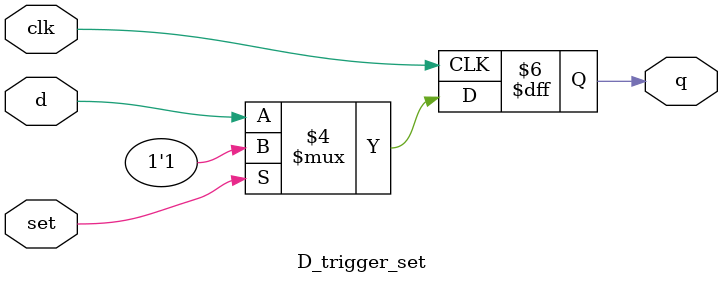
<source format=v>
`timescale 1ns / 1ps
module D_trigger_set(
    input d,
    output reg q = 1,
    input clk,
    input set
    );
	
	always @(posedge clk) begin
		if (set) 
			q <= 1; 
		else 
			q <= d; 
	end

endmodule

</source>
